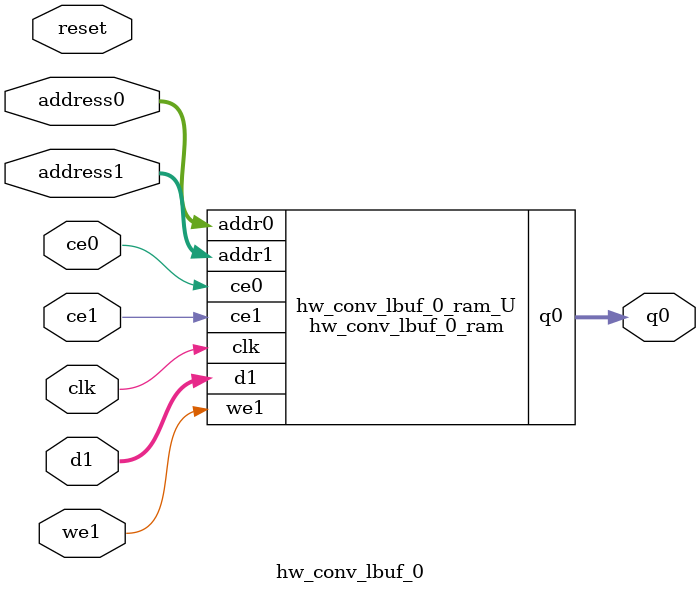
<source format=v>
`timescale 1 ns / 1 ps
module hw_conv_lbuf_0_ram (addr0, ce0, q0, addr1, ce1, d1, we1,  clk);

parameter DWIDTH = 8;
parameter AWIDTH = 9;
parameter MEM_SIZE = 509;

input[AWIDTH-1:0] addr0;
input ce0;
output reg[DWIDTH-1:0] q0;
input[AWIDTH-1:0] addr1;
input ce1;
input[DWIDTH-1:0] d1;
input we1;
input clk;

(* ram_style = "block" *)reg [DWIDTH-1:0] ram[0:MEM_SIZE-1];




always @(posedge clk)  
begin 
    if (ce0) 
    begin
        q0 <= ram[addr0];
    end
end


always @(posedge clk)  
begin 
    if (ce1) 
    begin
        if (we1) 
        begin 
            ram[addr1] <= d1; 
        end 
    end
end


endmodule

`timescale 1 ns / 1 ps
module hw_conv_lbuf_0(
    reset,
    clk,
    address0,
    ce0,
    q0,
    address1,
    ce1,
    we1,
    d1);

parameter DataWidth = 32'd8;
parameter AddressRange = 32'd509;
parameter AddressWidth = 32'd9;
input reset;
input clk;
input[AddressWidth - 1:0] address0;
input ce0;
output[DataWidth - 1:0] q0;
input[AddressWidth - 1:0] address1;
input ce1;
input we1;
input[DataWidth - 1:0] d1;



hw_conv_lbuf_0_ram hw_conv_lbuf_0_ram_U(
    .clk( clk ),
    .addr0( address0 ),
    .ce0( ce0 ),
    .q0( q0 ),
    .addr1( address1 ),
    .ce1( ce1 ),
    .we1( we1 ),
    .d1( d1 ));

endmodule


</source>
